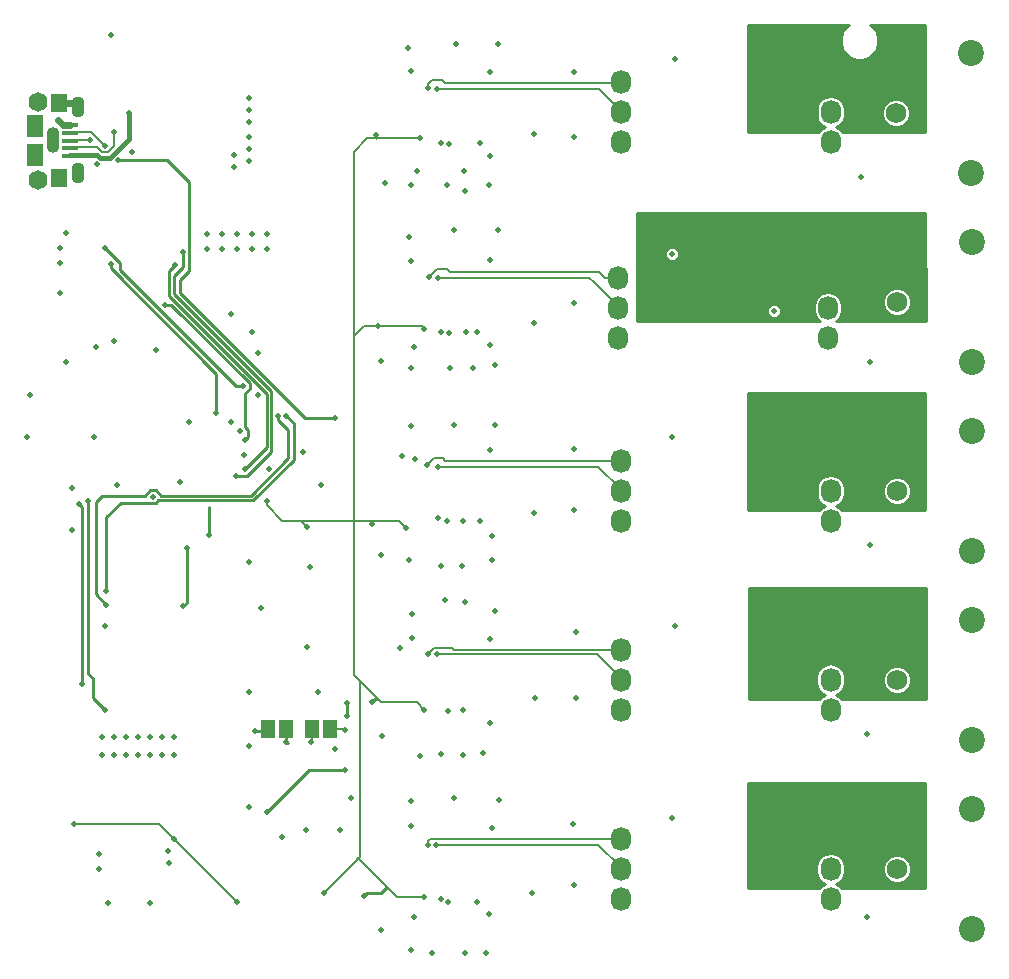
<source format=gbr>
G04 #@! TF.GenerationSoftware,KiCad,Pcbnew,(5.0.0)*
G04 #@! TF.CreationDate,2018-12-31T13:47:14-06:00*
G04 #@! TF.ProjectId,fk-atlas,666B2D61746C61732E6B696361645F70,rev?*
G04 #@! TF.SameCoordinates,Original*
G04 #@! TF.FileFunction,Copper,L4,Bot,Signal*
G04 #@! TF.FilePolarity,Positive*
%FSLAX46Y46*%
G04 Gerber Fmt 4.6, Leading zero omitted, Abs format (unit mm)*
G04 Created by KiCad (PCBNEW (5.0.0)) date 12/31/18 13:47:14*
%MOMM*%
%LPD*%
G01*
G04 APERTURE LIST*
G04 #@! TA.AperFunction,SMDPad,CuDef*
%ADD10R,1.400000X1.600000*%
G04 #@! TD*
G04 #@! TA.AperFunction,SMDPad,CuDef*
%ADD11R,1.350000X0.400000*%
G04 #@! TD*
G04 #@! TA.AperFunction,SMDPad,CuDef*
%ADD12R,1.400000X1.900000*%
G04 #@! TD*
G04 #@! TA.AperFunction,ComponentPad*
%ADD13O,1.600000X1.651000*%
G04 #@! TD*
G04 #@! TA.AperFunction,ComponentPad*
%ADD14O,1.100000X2.200000*%
G04 #@! TD*
G04 #@! TA.AperFunction,ComponentPad*
%ADD15O,1.100000X1.800000*%
G04 #@! TD*
G04 #@! TA.AperFunction,ComponentPad*
%ADD16O,1.727200X2.032000*%
G04 #@! TD*
G04 #@! TA.AperFunction,SMDPad,CuDef*
%ADD17R,1.168400X1.600200*%
G04 #@! TD*
G04 #@! TA.AperFunction,ComponentPad*
%ADD18C,2.200000*%
G04 #@! TD*
G04 #@! TA.AperFunction,ComponentPad*
%ADD19C,1.727200*%
G04 #@! TD*
G04 #@! TA.AperFunction,ViaPad*
%ADD20C,0.500000*%
G04 #@! TD*
G04 #@! TA.AperFunction,Conductor*
%ADD21C,0.254000*%
G04 #@! TD*
G04 #@! TA.AperFunction,Conductor*
%ADD22C,0.587000*%
G04 #@! TD*
G04 #@! TA.AperFunction,Conductor*
%ADD23C,0.203000*%
G04 #@! TD*
G04 #@! TA.AperFunction,Conductor*
%ADD24C,0.381000*%
G04 #@! TD*
G04 APERTURE END LIST*
D10*
G04 #@! TO.P,J9,7*
G04 #@! TO.N,Net-(C13-Pad1)*
X119538500Y-64434000D03*
D11*
G04 #@! TO.P,J9,3*
G04 #@! TO.N,/USB+*
X120458500Y-67634000D03*
D12*
G04 #@! TO.P,J9,9*
G04 #@! TO.N,Net-(J9-Pad9)*
X117538500Y-66434000D03*
D13*
G04 #@! TO.P,J9,*
G04 #@! TO.N,*
X117788500Y-70934000D03*
D12*
G04 #@! TO.P,J9,8*
G04 #@! TO.N,Net-(J9-Pad8)*
X117538500Y-68834000D03*
D13*
G04 #@! TO.P,J9,*
G04 #@! TO.N,*
X117788500Y-64334000D03*
D11*
G04 #@! TO.P,J9,2*
G04 #@! TO.N,/USB-*
X120458500Y-68284000D03*
G04 #@! TO.P,J9,1*
G04 #@! TO.N,VUSB*
X120458500Y-68934000D03*
G04 #@! TO.P,J9,4*
G04 #@! TO.N,Net-(J2-Pad4)*
X120458500Y-66984000D03*
G04 #@! TO.P,J9,5*
G04 #@! TO.N,GND*
X120458500Y-66334000D03*
D10*
G04 #@! TO.P,J9,6*
G04 #@! TO.N,Net-(J9-Pad6)*
X119538500Y-70834000D03*
G04 #@! TD*
D14*
G04 #@! TO.P,J2,8*
G04 #@! TO.N,Net-(J2-Pad8)*
X119004000Y-67594000D03*
D15*
G04 #@! TO.P,J2,7*
G04 #@! TO.N,Net-(J2-Pad7)*
X121154000Y-70394000D03*
G04 #@! TO.P,J2,6*
G04 #@! TO.N,Net-(C13-Pad1)*
X121154000Y-64794000D03*
G04 #@! TD*
D16*
G04 #@! TO.P,U302,1*
G04 #@! TO.N,/isolated_atlas1/ISO_SCL*
X166872120Y-79255988D03*
G04 #@! TO.P,U302,2*
G04 #@! TO.N,/isolated_atlas1/ISO_SDA*
X166872120Y-81795988D03*
G04 #@! TO.P,U302,4*
G04 #@! TO.N,/isolated_atlas1/ISO_GND*
X166872120Y-84335988D03*
G04 #@! TO.P,U302,6*
G04 #@! TO.N,/isolated_atlas1/RTD_PGND*
X184652120Y-79255988D03*
G04 #@! TO.P,U302,5*
G04 #@! TO.N,Net-(J301-Pad2)*
X184652120Y-81795988D03*
G04 #@! TO.P,U302,3*
G04 #@! TO.N,/isolated_atlas1/ISO_VCC*
X184652120Y-84335988D03*
G04 #@! TD*
D17*
G04 #@! TO.P,J3,2*
G04 #@! TO.N,/PERIPH_3V3*
X137287000Y-117475000D03*
G04 #@! TO.P,J3,1*
G04 #@! TO.N,3V3*
X138811000Y-117475000D03*
G04 #@! TD*
D16*
G04 #@! TO.P,U202,3*
G04 #@! TO.N,/isolated_atlas0/ISO_VCC*
X184880720Y-67783988D03*
G04 #@! TO.P,U202,5*
G04 #@! TO.N,Net-(J201-Pad2)*
X184880720Y-65243988D03*
G04 #@! TO.P,U202,6*
G04 #@! TO.N,/isolated_atlas0/EC_PGND*
X184880720Y-62703988D03*
G04 #@! TO.P,U202,4*
G04 #@! TO.N,/isolated_atlas0/ISO_GND*
X167100720Y-67783988D03*
G04 #@! TO.P,U202,2*
G04 #@! TO.N,/isolated_atlas0/ISO_SDA*
X167100720Y-65243988D03*
G04 #@! TO.P,U202,1*
G04 #@! TO.N,/isolated_atlas0/ISO_SCL*
X167100720Y-62703988D03*
G04 #@! TD*
G04 #@! TO.P,U402,3*
G04 #@! TO.N,/isolated_atlas2/ISO_VCC*
X184880720Y-99829988D03*
G04 #@! TO.P,U402,5*
G04 #@! TO.N,Net-(J401-Pad2)*
X184880720Y-97289988D03*
G04 #@! TO.P,U402,6*
G04 #@! TO.N,/isolated_atlas2/PH_PGND*
X184880720Y-94749988D03*
G04 #@! TO.P,U402,4*
G04 #@! TO.N,/isolated_atlas2/ISO_GND*
X167100720Y-99829988D03*
G04 #@! TO.P,U402,2*
G04 #@! TO.N,/isolated_atlas2/ISO_SDA*
X167100720Y-97289988D03*
G04 #@! TO.P,U402,1*
G04 #@! TO.N,/isolated_atlas2/ISO_SCL*
X167100720Y-94749988D03*
G04 #@! TD*
G04 #@! TO.P,U502,3*
G04 #@! TO.N,/isolated_atlas3/ISO_VCC*
X184875120Y-115816488D03*
G04 #@! TO.P,U502,5*
G04 #@! TO.N,Net-(J501-Pad2)*
X184875120Y-113276488D03*
G04 #@! TO.P,U502,6*
G04 #@! TO.N,/isolated_atlas3/DO_PGND*
X184875120Y-110736488D03*
G04 #@! TO.P,U502,4*
G04 #@! TO.N,/isolated_atlas3/ISO_GND*
X167095120Y-115816488D03*
G04 #@! TO.P,U502,2*
G04 #@! TO.N,/isolated_atlas3/ISO_SDA*
X167095120Y-113276488D03*
G04 #@! TO.P,U502,1*
G04 #@! TO.N,/isolated_atlas3/ISO_SCL*
X167095120Y-110736488D03*
G04 #@! TD*
G04 #@! TO.P,U602,3*
G04 #@! TO.N,/isolated_atlas4/ISO_VCC*
X184875120Y-131833988D03*
G04 #@! TO.P,U602,5*
G04 #@! TO.N,Net-(J601-Pad2)*
X184875120Y-129293988D03*
G04 #@! TO.P,U602,6*
G04 #@! TO.N,/isolated_atlas4/ORP_PGND*
X184875120Y-126753988D03*
G04 #@! TO.P,U602,4*
G04 #@! TO.N,/isolated_atlas4/ISO_GND*
X167095120Y-131833988D03*
G04 #@! TO.P,U602,2*
G04 #@! TO.N,/isolated_atlas4/ISO_SDA*
X167095120Y-129293988D03*
G04 #@! TO.P,U602,1*
G04 #@! TO.N,/isolated_atlas4/ISO_SCL*
X167095120Y-126753988D03*
G04 #@! TD*
D18*
G04 #@! TO.P,J601,4*
G04 #@! TO.N,N/C*
X196834000Y-134366000D03*
G04 #@! TO.P,J601,3*
X196834000Y-124206000D03*
D19*
G04 #@! TO.P,J601,2*
G04 #@! TO.N,Net-(J601-Pad2)*
X190484000Y-129286000D03*
G04 #@! TO.P,J601,1*
G04 #@! TO.N,/isolated_atlas4/ORP_PGND*
X190484000Y-126746000D03*
G04 #@! TD*
D18*
G04 #@! TO.P,J501,4*
G04 #@! TO.N,N/C*
X196834000Y-118364000D03*
G04 #@! TO.P,J501,3*
X196834000Y-108204000D03*
D19*
G04 #@! TO.P,J501,2*
G04 #@! TO.N,Net-(J501-Pad2)*
X190484000Y-113284000D03*
G04 #@! TO.P,J501,1*
G04 #@! TO.N,/isolated_atlas3/DO_PGND*
X190484000Y-110744000D03*
G04 #@! TD*
D18*
G04 #@! TO.P,J301,4*
G04 #@! TO.N,N/C*
X196834000Y-86360000D03*
G04 #@! TO.P,J301,3*
X196834000Y-76200000D03*
D19*
G04 #@! TO.P,J301,2*
G04 #@! TO.N,Net-(J301-Pad2)*
X190484000Y-81280000D03*
G04 #@! TO.P,J301,1*
G04 #@! TO.N,/isolated_atlas1/RTD_PGND*
X190484000Y-78740000D03*
G04 #@! TD*
D18*
G04 #@! TO.P,J401,4*
G04 #@! TO.N,N/C*
X196834000Y-102358000D03*
G04 #@! TO.P,J401,3*
X196834000Y-92198000D03*
D19*
G04 #@! TO.P,J401,2*
G04 #@! TO.N,Net-(J401-Pad2)*
X190484000Y-97278000D03*
G04 #@! TO.P,J401,1*
G04 #@! TO.N,/isolated_atlas2/PH_PGND*
X190484000Y-94738000D03*
G04 #@! TD*
D18*
G04 #@! TO.P,J201,4*
G04 #@! TO.N,N/C*
X196770500Y-70358000D03*
G04 #@! TO.P,J201,3*
X196770500Y-60198000D03*
D19*
G04 #@! TO.P,J201,2*
G04 #@! TO.N,Net-(J201-Pad2)*
X190420500Y-65278000D03*
G04 #@! TO.P,J201,1*
G04 #@! TO.N,/isolated_atlas0/EC_PGND*
X190420500Y-62738000D03*
G04 #@! TD*
D17*
G04 #@! TO.P,J8,1*
G04 #@! TO.N,3V3*
X140970000Y-117475000D03*
G04 #@! TO.P,J8,2*
G04 #@! TO.N,VCC*
X142494000Y-117475000D03*
G04 #@! TD*
D20*
G04 #@! TO.N,GND*
X135636000Y-118872000D03*
X153924000Y-136398000D03*
X149352000Y-136144000D03*
X155956000Y-133096000D03*
X135636000Y-114300000D03*
X122936000Y-128016000D03*
X119634000Y-76708000D03*
X119634000Y-77978000D03*
X119634000Y-80518000D03*
X120650000Y-97028000D03*
X116840000Y-92710000D03*
X117094000Y-89154000D03*
X124460000Y-96774000D03*
X156210000Y-101092000D03*
X152400000Y-99822000D03*
X129794000Y-96520000D03*
X130556000Y-91440000D03*
X134874000Y-92202000D03*
X136398000Y-85598000D03*
X134112000Y-82296000D03*
X135890000Y-83820000D03*
X123952000Y-58674000D03*
X124206000Y-84582000D03*
X127762000Y-85344000D03*
X135636000Y-64008000D03*
X135636000Y-65024000D03*
X135636000Y-66040000D03*
X135636000Y-67310000D03*
X135636000Y-68326000D03*
X135636000Y-69342000D03*
X134366000Y-68834000D03*
X134366000Y-69850000D03*
X125730000Y-68580000D03*
X156083000Y-68961000D03*
X153806200Y-70231000D03*
X149860000Y-70231000D03*
X154051000Y-83820000D03*
X156083000Y-84963000D03*
X149606000Y-85090000D03*
X149225000Y-103124000D03*
X153797000Y-99822000D03*
X153797000Y-115824000D03*
X152527000Y-115951000D03*
X153797000Y-119634000D03*
X150114000Y-119761000D03*
X156083000Y-116967000D03*
X143895090Y-116378449D03*
X143895090Y-115289289D03*
X135255000Y-94234000D03*
X141732000Y-96774000D03*
X122772868Y-69611565D03*
X119443500Y-65913000D03*
X140589000Y-110490000D03*
X136652000Y-107251500D03*
X135636000Y-103314500D03*
X123444000Y-108712000D03*
X128270000Y-118110000D03*
X127254000Y-118110000D03*
X126238000Y-118110000D03*
X125222000Y-118110000D03*
X123190000Y-118110000D03*
X124206000Y-118110000D03*
X129286000Y-118110000D03*
X135636000Y-124079000D03*
X152531743Y-67945948D03*
X152531743Y-83947948D03*
X153670000Y-103632000D03*
X149352000Y-86868000D03*
X154622598Y-86868000D03*
X153924000Y-71882000D03*
X149352000Y-71374000D03*
X152475535Y-132117767D03*
X149606000Y-133350000D03*
X143383000Y-125984000D03*
X140462000Y-125984000D03*
X128905000Y-128778000D03*
X127254000Y-132207000D03*
X122555000Y-92710000D03*
G04 #@! TO.N,/isolated_atlas0/ISO_GND*
X149352000Y-61786400D03*
X153162000Y-59436000D03*
X159766000Y-67056000D03*
X156083000Y-61849000D03*
X171704000Y-60706000D03*
X187452000Y-70739000D03*
G04 #@! TO.N,/isolated_atlas1/ISO_GND*
X149352000Y-77851000D03*
X156083000Y-77724000D03*
X153035000Y-75184000D03*
X159766000Y-83058000D03*
X171450000Y-77216000D03*
X188214000Y-86360000D03*
G04 #@! TO.N,/isolated_atlas2/ISO_GND*
X153035000Y-91694000D03*
X148590000Y-94361000D03*
X149733000Y-94615000D03*
X156083000Y-93853000D03*
X159766000Y-99187000D03*
X188214000Y-101854000D03*
X171450000Y-92710000D03*
G04 #@! TO.N,/isolated_atlas3/ISO_GND*
X148463000Y-110617000D03*
X159893000Y-114808000D03*
X171704000Y-108712000D03*
X187960000Y-117856000D03*
X156083000Y-109855000D03*
X149479000Y-109767000D03*
X152273000Y-106553000D03*
X153924000Y-106680000D03*
G04 #@! TO.N,/isolated_atlas4/ISO_GND*
X159639000Y-131318000D03*
X156210000Y-125857000D03*
X153035000Y-123317000D03*
X149352000Y-125691000D03*
X171450000Y-124968000D03*
X187960000Y-133350000D03*
G04 #@! TO.N,/isolated_atlas0/ISO_VCC*
X149098000Y-59764600D03*
X156718000Y-59436000D03*
X163195000Y-61849000D03*
X163195000Y-67310000D03*
G04 #@! TO.N,/isolated_atlas1/ISO_VCC*
X149225000Y-75819000D03*
X163195000Y-81407000D03*
X180086000Y-82042000D03*
X156718000Y-75184000D03*
G04 #@! TO.N,/isolated_atlas2/ISO_VCC*
X149352000Y-91821000D03*
X163195000Y-93726000D03*
X163195000Y-98933000D03*
X156464000Y-91694000D03*
G04 #@! TO.N,/isolated_atlas3/ISO_VCC*
X149479000Y-107696000D03*
X163322000Y-109220000D03*
X163322000Y-114808000D03*
X156464000Y-107442000D03*
G04 #@! TO.N,/isolated_atlas4/ISO_VCC*
X163195000Y-130683000D03*
X163068000Y-125476000D03*
X149352000Y-123571000D03*
X156845000Y-123444000D03*
G04 #@! TO.N,/isolated_atlas0/ISO_SCL*
X150799800Y-63195200D03*
G04 #@! TO.N,/isolated_atlas0/ISO_SDA*
X151587200Y-63241900D03*
G04 #@! TO.N,/isolated_atlas1/ISO_SCL*
X150850600Y-79197200D03*
G04 #@! TO.N,/isolated_atlas1/ISO_SDA*
X151663400Y-79241900D03*
G04 #@! TO.N,/isolated_atlas2/ISO_SCL*
X150749000Y-95097600D03*
G04 #@! TO.N,/isolated_atlas2/ISO_SDA*
X151638000Y-95241900D03*
G04 #@! TO.N,/isolated_atlas3/ISO_SCL*
X150774400Y-111125000D03*
G04 #@! TO.N,/isolated_atlas3/ISO_SDA*
X151536400Y-111125000D03*
G04 #@! TO.N,/isolated_atlas4/ISO_SCL*
X150774400Y-127279400D03*
G04 #@! TO.N,/isolated_atlas4/ISO_SDA*
X151511000Y-127254000D03*
G04 #@! TO.N,/USB+*
X135331200Y-95402400D03*
X129409010Y-78181200D03*
X122174000Y-67594000D03*
G04 #@! TO.N,/USB-*
X130048000Y-77089000D03*
X134543800Y-96062800D03*
X124206000Y-66944000D03*
G04 #@! TO.N,VUSB*
X125476000Y-65278000D03*
G04 #@! TO.N,/SWDIO*
X123952000Y-78105000D03*
X132867400Y-90678000D03*
G04 #@! TO.N,/SWCLK*
X123444000Y-76708000D03*
X135153400Y-88417400D03*
G04 #@! TO.N,Net-(J2-Pad4)*
X142951200Y-91160600D03*
X124512589Y-69267589D03*
X123444000Y-68123410D03*
G04 #@! TO.N,/RESET*
X128524000Y-81534000D03*
X135305800Y-93014800D03*
G04 #@! TO.N,/A2*
X132232400Y-100990400D03*
G04 #@! TO.N,/D30*
X123571000Y-105791000D03*
X138811000Y-90932000D03*
G04 #@! TO.N,/D31*
X123571000Y-106934000D03*
X138074400Y-90932000D03*
G04 #@! TO.N,/SCL1*
X137160000Y-98171000D03*
X140589000Y-100330000D03*
X148971000Y-100457000D03*
X150495000Y-83566000D03*
X150495000Y-115824000D03*
X150495000Y-131699000D03*
X150114000Y-67437000D03*
X141986002Y-131318000D03*
X146431000Y-67183000D03*
X146050000Y-100076000D03*
X146050000Y-115189000D03*
X145415000Y-131572000D03*
X146558000Y-83316001D03*
G04 #@! TO.N,/SCL3*
X123444000Y-115824000D03*
X122047000Y-98171000D03*
G04 #@! TO.N,/SDA3*
X121517600Y-113665000D03*
X121285000Y-98425000D03*
G04 #@! TO.N,VCC*
X155702000Y-136398000D03*
X151130000Y-136398000D03*
X155448000Y-119507000D03*
X151853000Y-119575000D03*
X143764000Y-117538500D03*
X142938500Y-119189500D03*
X144272000Y-123317000D03*
X151892000Y-67818000D03*
X155194000Y-67818000D03*
X155956000Y-71374000D03*
X152400000Y-71374000D03*
X152654000Y-86868000D03*
X156464000Y-86614000D03*
X154940000Y-83820000D03*
X151892000Y-83820000D03*
X156210000Y-103124000D03*
X151892000Y-103632000D03*
X151638000Y-99568000D03*
X155194000Y-99822000D03*
X151892000Y-131826000D03*
X154940000Y-132080000D03*
X147193000Y-71247000D03*
X146812000Y-102704000D03*
X146939000Y-118071000D03*
X146812000Y-134493000D03*
X146812000Y-86321000D03*
G04 #@! TO.N,Net-(R12-Pad1)*
X137160000Y-124460000D03*
X143764000Y-120904000D03*
G04 #@! TO.N,/D5_FLASH_CS*
X130365500Y-102108000D03*
X130073400Y-107048300D03*
G04 #@! TO.N,3V3*
X122936000Y-129286000D03*
X120650000Y-100584000D03*
X120142000Y-75438000D03*
X127508000Y-97790000D03*
X122682000Y-85090000D03*
X120142000Y-86360000D03*
X140208000Y-93980000D03*
X134112000Y-91440000D03*
X136398000Y-89154000D03*
X132080000Y-75565000D03*
X133350000Y-75565000D03*
X134620000Y-75565000D03*
X135890000Y-75565000D03*
X137160000Y-75565000D03*
X137160000Y-76835000D03*
X135890000Y-76835000D03*
X134620000Y-76835000D03*
X133350000Y-76835000D03*
X132080000Y-76835000D03*
X137323775Y-95413775D03*
X140843000Y-103759000D03*
X140906500Y-118554500D03*
X141478000Y-114363500D03*
X123190000Y-119634000D03*
X124206000Y-119634000D03*
X125222000Y-119634000D03*
X126238000Y-119634000D03*
X127254000Y-119634000D03*
X128270000Y-119634000D03*
X129286000Y-119634000D03*
X138430000Y-126619000D03*
X138811000Y-118529100D03*
X123698000Y-132207000D03*
X128778000Y-127762000D03*
G04 #@! TO.N,/PERIPH_3V3*
X136144000Y-117602000D03*
G04 #@! TO.N,/SDA2*
X134620000Y-132080000D03*
X120840500Y-125476000D03*
X129286000Y-126746000D03*
G04 #@! TD*
D21*
G04 #@! TO.N,GND*
X143895090Y-115289289D02*
X143895090Y-116378449D01*
D22*
X120458500Y-66334000D02*
X119864500Y-66334000D01*
X119864500Y-66334000D02*
X119443500Y-65913000D01*
D23*
G04 #@! TO.N,/isolated_atlas0/ISO_SCL*
X152247600Y-62738000D02*
X153416000Y-62738000D01*
X151155400Y-62484000D02*
X151993600Y-62484000D01*
X151993600Y-62484000D02*
X152247600Y-62738000D01*
X150903447Y-62735953D02*
X151155400Y-62484000D01*
X150903447Y-62738000D02*
X150903447Y-62735953D01*
X150799800Y-63195200D02*
X150799800Y-62841647D01*
X150799800Y-62841647D02*
X150903447Y-62738000D01*
X153416000Y-62738000D02*
X167195500Y-62738000D01*
G04 #@! TO.N,/isolated_atlas0/ISO_SDA*
X151587200Y-63241900D02*
X165251032Y-63241900D01*
X165251032Y-63241900D02*
X167100720Y-65091588D01*
X167100720Y-65091588D02*
X167100720Y-65243988D01*
G04 #@! TO.N,/isolated_atlas1/ISO_SCL*
X150850600Y-79197200D02*
X151561800Y-78486000D01*
X151561800Y-78486000D02*
X152376600Y-78486000D01*
X152376600Y-78486000D02*
X152628600Y-78738000D01*
X152628600Y-78738000D02*
X153418000Y-78738000D01*
X153416000Y-78740000D02*
X153418000Y-78738000D01*
X165805520Y-79255988D02*
X166872120Y-79255988D01*
X165289532Y-78740000D02*
X165805520Y-79255988D01*
X153416000Y-78740000D02*
X165289532Y-78740000D01*
G04 #@! TO.N,/isolated_atlas1/ISO_SDA*
X166872120Y-81643588D02*
X166872120Y-81795988D01*
X164857532Y-79629000D02*
X166872120Y-81643588D01*
X164846000Y-79629000D02*
X164857532Y-79629000D01*
X151663400Y-79241900D02*
X164458900Y-79241900D01*
X164458900Y-79241900D02*
X164846000Y-79629000D01*
G04 #@! TO.N,/isolated_atlas2/ISO_SCL*
X151307800Y-94538800D02*
X150749000Y-95097600D01*
X152048400Y-94538800D02*
X151307800Y-94538800D01*
X167195500Y-94738000D02*
X152247600Y-94738000D01*
X152247600Y-94738000D02*
X152048400Y-94538800D01*
G04 #@! TO.N,/isolated_atlas2/ISO_SDA*
X165205032Y-95241900D02*
X167100720Y-97137588D01*
X151638000Y-95241900D02*
X165205032Y-95241900D01*
X167100720Y-97137588D02*
X167100720Y-97289988D01*
G04 #@! TO.N,/isolated_atlas3/ISO_SCL*
X153168000Y-110738000D02*
X167195500Y-110738000D01*
X152977500Y-110738000D02*
X153168000Y-110738000D01*
X152860599Y-110621099D02*
X152977500Y-110738000D01*
X150774400Y-111125000D02*
X151278301Y-110621099D01*
X151278301Y-110621099D02*
X152860599Y-110621099D01*
G04 #@! TO.N,/isolated_atlas3/ISO_SDA*
X151536400Y-111125000D02*
X165096032Y-111125000D01*
X167095120Y-113124088D02*
X167095120Y-113276488D01*
X165096032Y-111125000D02*
X167095120Y-113124088D01*
G04 #@! TO.N,/isolated_atlas4/ISO_SCL*
X150774400Y-127279400D02*
X150774400Y-126925847D01*
X150962247Y-126738000D02*
X153289000Y-126738000D01*
X150774400Y-126925847D02*
X150962247Y-126738000D01*
X153289000Y-126738000D02*
X167195500Y-126738000D01*
G04 #@! TO.N,/isolated_atlas4/ISO_SDA*
X151511000Y-127254000D02*
X165207532Y-127254000D01*
X165207532Y-127254000D02*
X167095120Y-129141588D01*
X167095120Y-129141588D02*
X167095120Y-129293988D01*
X151511000Y-127254000D02*
X151892000Y-127254000D01*
D22*
G04 #@! TO.N,Net-(C13-Pad1)*
X120794000Y-64434000D02*
X121154000Y-64794000D01*
X119538500Y-64434000D02*
X120794000Y-64434000D01*
D21*
G04 #@! TO.N,/USB+*
X135331200Y-95402400D02*
X137123309Y-93610291D01*
X137123309Y-93610291D02*
X137123309Y-89050559D01*
X137123309Y-89050559D02*
X128879610Y-80806860D01*
X128879610Y-80806860D02*
X128879610Y-78710600D01*
X128879610Y-78710600D02*
X129409010Y-78181200D01*
D23*
X122144000Y-67564000D02*
X122174000Y-67594000D01*
X120452000Y-67564000D02*
X122144000Y-67564000D01*
D21*
G04 #@! TO.N,/USB-*
X130048000Y-77089000D02*
X130048000Y-78325724D01*
X130048000Y-78325724D02*
X129286020Y-79087704D01*
X129286020Y-79087704D02*
X129286020Y-80619620D01*
X129286020Y-80619620D02*
X137529719Y-88863319D01*
X137529719Y-88863319D02*
X137529719Y-93987395D01*
X137529719Y-93987395D02*
X135454314Y-96062800D01*
X135454314Y-96062800D02*
X134543800Y-96062800D01*
D23*
X124206000Y-67297553D02*
X124206000Y-66944000D01*
X122788816Y-68214000D02*
X123202127Y-68627311D01*
X123202127Y-68627311D02*
X123685873Y-68627311D01*
X120452000Y-68214000D02*
X122788816Y-68214000D01*
X123685873Y-68627311D02*
X124206000Y-68107184D01*
X124206000Y-68107184D02*
X124206000Y-67297553D01*
D24*
G04 #@! TO.N,VUSB*
X125476000Y-65631553D02*
X125476000Y-65278000D01*
X122810324Y-68864000D02*
X123018046Y-69071722D01*
X123869955Y-69071721D02*
X125476000Y-67465676D01*
X123018046Y-69071722D02*
X123869955Y-69071721D01*
X120452000Y-68864000D02*
X122810324Y-68864000D01*
X125476000Y-67465676D02*
X125476000Y-65631553D01*
D21*
G04 #@! TO.N,/SWDIO*
X132867400Y-87503000D02*
X132867400Y-90678000D01*
X132867400Y-87373953D02*
X132867400Y-87503000D01*
X123952000Y-78105000D02*
X123952000Y-78458553D01*
X123952000Y-78458553D02*
X132867400Y-87373953D01*
G04 #@! TO.N,/SWCLK*
X124714000Y-78613000D02*
X134518400Y-88417400D01*
X124714000Y-77978000D02*
X123444000Y-76708000D01*
X124714000Y-77978000D02*
X124714000Y-78613000D01*
X135153400Y-88417400D02*
X134518400Y-88417400D01*
D23*
G04 #@! TO.N,Net-(J2-Pad4)*
X120452000Y-66914000D02*
X122234590Y-66914000D01*
X123194001Y-67873411D02*
X123444000Y-68123410D01*
D21*
X140401750Y-91160600D02*
X129768600Y-80527450D01*
X130577401Y-78638513D02*
X130577401Y-71141401D01*
X128703589Y-69267589D02*
X124866142Y-69267589D01*
X130577401Y-71141401D02*
X128703589Y-69267589D01*
X129768600Y-80527450D02*
X129768600Y-79447314D01*
X142951200Y-91160600D02*
X140401750Y-91160600D01*
X129768600Y-79447314D02*
X130577401Y-78638513D01*
D23*
X122234590Y-66914000D02*
X123194001Y-67873411D01*
D21*
X124866142Y-69267589D02*
X124512589Y-69267589D01*
G04 #@! TO.N,/RESET*
X135305800Y-93014800D02*
X135555799Y-92764801D01*
X135555799Y-92764801D02*
X135555799Y-92100285D01*
X129032000Y-81534000D02*
X128877553Y-81534000D01*
X135682801Y-88184801D02*
X129032000Y-81534000D01*
X128877553Y-81534000D02*
X128524000Y-81534000D01*
X135682801Y-88671513D02*
X135682801Y-88184801D01*
X135305800Y-89048514D02*
X135682801Y-88671513D01*
X135305800Y-91850286D02*
X135305800Y-89048514D01*
X135555799Y-92100285D02*
X135305800Y-91850286D01*
G04 #@! TO.N,/A2*
X132232400Y-98638340D02*
X132232400Y-100990400D01*
G04 #@! TO.N,/D30*
X123571000Y-105437447D02*
X123571000Y-105791000D01*
X123571000Y-99542600D02*
X123571000Y-105437447D01*
X139420600Y-91541600D02*
X139420600Y-94640400D01*
X138811000Y-90932000D02*
X139420600Y-91541600D01*
X139420600Y-94640400D02*
X135952060Y-98108940D01*
X135952060Y-98108940D02*
X127972574Y-98108940D01*
X127972574Y-98108940D02*
X127762113Y-98319401D01*
X124794199Y-98319401D02*
X123571000Y-99542600D01*
X127762113Y-98319401D02*
X124794199Y-98319401D01*
G04 #@! TO.N,/D31*
X135783720Y-97702530D02*
X138955318Y-94530932D01*
X138074400Y-91285553D02*
X138074400Y-90932000D01*
X123175870Y-97702530D02*
X126811956Y-97702530D01*
X122681990Y-106044990D02*
X122681990Y-98196410D01*
X127762113Y-97260599D02*
X128204044Y-97702530D01*
X138955318Y-92166471D02*
X138074400Y-91285553D01*
X126811956Y-97702530D02*
X127253887Y-97260599D01*
X138955318Y-94530932D02*
X138955318Y-92166471D01*
X128204044Y-97702530D02*
X135783720Y-97702530D01*
X127253887Y-97260599D02*
X127762113Y-97260599D01*
X122681990Y-98196410D02*
X123175870Y-97702530D01*
X123571000Y-106934000D02*
X122681990Y-106044990D01*
D23*
G04 #@! TO.N,/SCL1*
X137160000Y-98524553D02*
X138457447Y-99822000D01*
X137160000Y-98171000D02*
X137160000Y-98524553D01*
X138457447Y-99822000D02*
X140081000Y-99822000D01*
X140081000Y-99822000D02*
X140589000Y-100330000D01*
X148336000Y-99822000D02*
X148971000Y-100457000D01*
X150495000Y-83566000D02*
X150245001Y-83316001D01*
X145410999Y-83316001D02*
X144526000Y-84201000D01*
X140081000Y-99822000D02*
X144526000Y-99822000D01*
X144526000Y-99822000D02*
X144526000Y-112903000D01*
X144526000Y-84328000D02*
X144526000Y-68580000D01*
X144526000Y-84201000D02*
X144526000Y-84328000D01*
X144526000Y-84328000D02*
X144526000Y-99822000D01*
X144526000Y-68580000D02*
X145669000Y-67437000D01*
X145669000Y-67437000D02*
X150114000Y-67437000D01*
X142236001Y-131068001D02*
X141986002Y-131318000D01*
X144526000Y-128778000D02*
X142236001Y-131068001D01*
X145034000Y-128270000D02*
X144526000Y-128778000D01*
X144526000Y-112903000D02*
X145034000Y-113411000D01*
X145034000Y-113411000D02*
X145034000Y-128270000D01*
X148209000Y-131699000D02*
X150495000Y-131699000D01*
X144526000Y-128778000D02*
X144907000Y-128397000D01*
D21*
X146431000Y-67183000D02*
X146431000Y-67437000D01*
D23*
X146558000Y-83316001D02*
X145410999Y-83316001D01*
X150245001Y-83316001D02*
X146558000Y-83316001D01*
D21*
X146050000Y-99949000D02*
X146177000Y-99822000D01*
X146050000Y-100076000D02*
X146050000Y-99949000D01*
D23*
X144526000Y-99822000D02*
X146177000Y-99822000D01*
X146177000Y-99822000D02*
X148336000Y-99822000D01*
X149860000Y-115189000D02*
X150495000Y-115824000D01*
X146812000Y-115189000D02*
X149860000Y-115189000D01*
D21*
X146553999Y-114939001D02*
X146558000Y-114935000D01*
X146299999Y-114939001D02*
X146553999Y-114939001D01*
X146050000Y-115189000D02*
X146299999Y-114939001D01*
D23*
X144526000Y-112903000D02*
X146558000Y-114935000D01*
X146558000Y-114935000D02*
X146812000Y-115189000D01*
D21*
X146807999Y-131322001D02*
X147320000Y-130810000D01*
X145664999Y-131322001D02*
X146807999Y-131322001D01*
X145415000Y-131572000D02*
X145664999Y-131322001D01*
D23*
X144907000Y-128397000D02*
X147320000Y-130810000D01*
X147320000Y-130810000D02*
X148209000Y-131699000D01*
D21*
G04 #@! TO.N,/SCL3*
X122428000Y-114808000D02*
X123444000Y-115824000D01*
X122047000Y-98171000D02*
X122047000Y-112776000D01*
X122428000Y-114808000D02*
X122428000Y-113157000D01*
X122428000Y-113157000D02*
X122047000Y-112776000D01*
G04 #@! TO.N,/SDA3*
X121517600Y-113665000D02*
X121517600Y-98657600D01*
X121517600Y-98657600D02*
X121285000Y-98425000D01*
D23*
G04 #@! TO.N,VCC*
X142494000Y-117475000D02*
X143700500Y-117475000D01*
X143700500Y-117475000D02*
X143764000Y-117538500D01*
D21*
G04 #@! TO.N,Net-(R12-Pad1)*
X137160000Y-124460000D02*
X140716000Y-120904000D01*
X140716000Y-120904000D02*
X143764000Y-120904000D01*
G04 #@! TO.N,/D5_FLASH_CS*
X130365500Y-106756200D02*
X130073400Y-107048300D01*
X130365500Y-102108000D02*
X130365500Y-106756200D01*
D23*
G04 #@! TO.N,3V3*
X140970000Y-117475000D02*
X140970000Y-118491000D01*
X140970000Y-118491000D02*
X140906500Y-118554500D01*
D21*
X138811000Y-117475000D02*
X138811000Y-118529100D01*
X138899900Y-118618000D02*
X138811000Y-118529100D01*
G04 #@! TO.N,/PERIPH_3V3*
X137160000Y-117602000D02*
X137287000Y-117475000D01*
X136144000Y-117602000D02*
X137160000Y-117602000D01*
D23*
G04 #@! TO.N,/SDA2*
X128016000Y-125476000D02*
X120840500Y-125476000D01*
X134620000Y-132080000D02*
X129286000Y-126746000D01*
X129286000Y-126746000D02*
X128016000Y-125476000D01*
G04 #@! TD*
D21*
G04 #@! TO.N,/isolated_atlas0/EC_PGND*
G36*
X186418559Y-57825416D02*
X185968416Y-58275559D01*
X185724800Y-58863700D01*
X185724800Y-59500300D01*
X185968416Y-60088441D01*
X186418559Y-60538584D01*
X187006700Y-60782200D01*
X187643300Y-60782200D01*
X188231441Y-60538584D01*
X188681584Y-60088441D01*
X188925200Y-59500300D01*
X188925200Y-58863700D01*
X188681584Y-58275559D01*
X188231441Y-57825416D01*
X188192292Y-57809200D01*
X192913000Y-57809200D01*
X192913000Y-66929000D01*
X185847035Y-66929000D01*
X185741401Y-66770907D01*
X185356894Y-66513988D01*
X185741401Y-66257069D01*
X186005254Y-65862184D01*
X186074520Y-65513961D01*
X186074520Y-65040538D01*
X189226700Y-65040538D01*
X189226700Y-65515462D01*
X189408445Y-65954233D01*
X189744267Y-66290055D01*
X190183038Y-66471800D01*
X190657962Y-66471800D01*
X191096733Y-66290055D01*
X191432555Y-65954233D01*
X191614300Y-65515462D01*
X191614300Y-65040538D01*
X191432555Y-64601767D01*
X191096733Y-64265945D01*
X190657962Y-64084200D01*
X190183038Y-64084200D01*
X189744267Y-64265945D01*
X189408445Y-64601767D01*
X189226700Y-65040538D01*
X186074520Y-65040538D01*
X186074520Y-64974014D01*
X186005254Y-64625791D01*
X185741401Y-64230907D01*
X185346516Y-63967054D01*
X184880720Y-63874401D01*
X184414923Y-63967054D01*
X184020039Y-64230907D01*
X183756186Y-64625792D01*
X183686920Y-64974015D01*
X183686920Y-65513962D01*
X183756186Y-65862185D01*
X184020040Y-66257069D01*
X184404546Y-66513988D01*
X184020039Y-66770907D01*
X183914405Y-66929000D01*
X177927000Y-66929000D01*
X177927000Y-57809200D01*
X186457708Y-57809200D01*
X186418559Y-57825416D01*
X186418559Y-57825416D01*
G37*
X186418559Y-57825416D02*
X185968416Y-58275559D01*
X185724800Y-58863700D01*
X185724800Y-59500300D01*
X185968416Y-60088441D01*
X186418559Y-60538584D01*
X187006700Y-60782200D01*
X187643300Y-60782200D01*
X188231441Y-60538584D01*
X188681584Y-60088441D01*
X188925200Y-59500300D01*
X188925200Y-58863700D01*
X188681584Y-58275559D01*
X188231441Y-57825416D01*
X188192292Y-57809200D01*
X192913000Y-57809200D01*
X192913000Y-66929000D01*
X185847035Y-66929000D01*
X185741401Y-66770907D01*
X185356894Y-66513988D01*
X185741401Y-66257069D01*
X186005254Y-65862184D01*
X186074520Y-65513961D01*
X186074520Y-65040538D01*
X189226700Y-65040538D01*
X189226700Y-65515462D01*
X189408445Y-65954233D01*
X189744267Y-66290055D01*
X190183038Y-66471800D01*
X190657962Y-66471800D01*
X191096733Y-66290055D01*
X191432555Y-65954233D01*
X191614300Y-65515462D01*
X191614300Y-65040538D01*
X191432555Y-64601767D01*
X191096733Y-64265945D01*
X190657962Y-64084200D01*
X190183038Y-64084200D01*
X189744267Y-64265945D01*
X189408445Y-64601767D01*
X189226700Y-65040538D01*
X186074520Y-65040538D01*
X186074520Y-64974014D01*
X186005254Y-64625791D01*
X185741401Y-64230907D01*
X185346516Y-63967054D01*
X184880720Y-63874401D01*
X184414923Y-63967054D01*
X184020039Y-64230907D01*
X183756186Y-64625792D01*
X183686920Y-64974015D01*
X183686920Y-65513962D01*
X183756186Y-65862185D01*
X184020040Y-66257069D01*
X184404546Y-66513988D01*
X184020039Y-66770907D01*
X183914405Y-66929000D01*
X177927000Y-66929000D01*
X177927000Y-57809200D01*
X186457708Y-57809200D01*
X186418559Y-57825416D01*
G04 #@! TO.N,/isolated_atlas1/RTD_PGND*
G36*
X192918828Y-82916563D02*
X185345250Y-82921023D01*
X185512801Y-82809069D01*
X185776654Y-82414184D01*
X185845920Y-82065961D01*
X185845920Y-81526014D01*
X185776654Y-81177791D01*
X185686281Y-81042538D01*
X189290200Y-81042538D01*
X189290200Y-81517462D01*
X189471945Y-81956233D01*
X189807767Y-82292055D01*
X190246538Y-82473800D01*
X190721462Y-82473800D01*
X191160233Y-82292055D01*
X191496055Y-81956233D01*
X191677800Y-81517462D01*
X191677800Y-81042538D01*
X191496055Y-80603767D01*
X191160233Y-80267945D01*
X190721462Y-80086200D01*
X190246538Y-80086200D01*
X189807767Y-80267945D01*
X189471945Y-80603767D01*
X189290200Y-81042538D01*
X185686281Y-81042538D01*
X185512801Y-80782907D01*
X185117916Y-80519054D01*
X184652120Y-80426401D01*
X184186323Y-80519054D01*
X183791439Y-80782907D01*
X183527586Y-81177792D01*
X183458320Y-81526015D01*
X183458320Y-82065962D01*
X183527586Y-82414185D01*
X183791440Y-82809069D01*
X183960211Y-82921838D01*
X168528920Y-82930925D01*
X168528288Y-81926591D01*
X179505800Y-81926591D01*
X179505800Y-82157409D01*
X179594130Y-82370657D01*
X179757343Y-82533870D01*
X179970591Y-82622200D01*
X180201409Y-82622200D01*
X180414657Y-82533870D01*
X180577870Y-82370657D01*
X180666200Y-82157409D01*
X180666200Y-81926591D01*
X180577870Y-81713343D01*
X180414657Y-81550130D01*
X180201409Y-81461800D01*
X179970591Y-81461800D01*
X179757343Y-81550130D01*
X179594130Y-81713343D01*
X179505800Y-81926591D01*
X168528288Y-81926591D01*
X168525250Y-77100591D01*
X170869800Y-77100591D01*
X170869800Y-77331409D01*
X170958130Y-77544657D01*
X171121343Y-77707870D01*
X171334591Y-77796200D01*
X171565409Y-77796200D01*
X171778657Y-77707870D01*
X171941870Y-77544657D01*
X172030200Y-77331409D01*
X172030200Y-77100591D01*
X171941870Y-76887343D01*
X171778657Y-76724130D01*
X171565409Y-76635800D01*
X171334591Y-76635800D01*
X171121343Y-76724130D01*
X170958130Y-76887343D01*
X170869800Y-77100591D01*
X168525250Y-77100591D01*
X168523172Y-73801437D01*
X192913080Y-73787075D01*
X192918828Y-82916563D01*
X192918828Y-82916563D01*
G37*
X192918828Y-82916563D02*
X185345250Y-82921023D01*
X185512801Y-82809069D01*
X185776654Y-82414184D01*
X185845920Y-82065961D01*
X185845920Y-81526014D01*
X185776654Y-81177791D01*
X185686281Y-81042538D01*
X189290200Y-81042538D01*
X189290200Y-81517462D01*
X189471945Y-81956233D01*
X189807767Y-82292055D01*
X190246538Y-82473800D01*
X190721462Y-82473800D01*
X191160233Y-82292055D01*
X191496055Y-81956233D01*
X191677800Y-81517462D01*
X191677800Y-81042538D01*
X191496055Y-80603767D01*
X191160233Y-80267945D01*
X190721462Y-80086200D01*
X190246538Y-80086200D01*
X189807767Y-80267945D01*
X189471945Y-80603767D01*
X189290200Y-81042538D01*
X185686281Y-81042538D01*
X185512801Y-80782907D01*
X185117916Y-80519054D01*
X184652120Y-80426401D01*
X184186323Y-80519054D01*
X183791439Y-80782907D01*
X183527586Y-81177792D01*
X183458320Y-81526015D01*
X183458320Y-82065962D01*
X183527586Y-82414185D01*
X183791440Y-82809069D01*
X183960211Y-82921838D01*
X168528920Y-82930925D01*
X168528288Y-81926591D01*
X179505800Y-81926591D01*
X179505800Y-82157409D01*
X179594130Y-82370657D01*
X179757343Y-82533870D01*
X179970591Y-82622200D01*
X180201409Y-82622200D01*
X180414657Y-82533870D01*
X180577870Y-82370657D01*
X180666200Y-82157409D01*
X180666200Y-81926591D01*
X180577870Y-81713343D01*
X180414657Y-81550130D01*
X180201409Y-81461800D01*
X179970591Y-81461800D01*
X179757343Y-81550130D01*
X179594130Y-81713343D01*
X179505800Y-81926591D01*
X168528288Y-81926591D01*
X168525250Y-77100591D01*
X170869800Y-77100591D01*
X170869800Y-77331409D01*
X170958130Y-77544657D01*
X171121343Y-77707870D01*
X171334591Y-77796200D01*
X171565409Y-77796200D01*
X171778657Y-77707870D01*
X171941870Y-77544657D01*
X172030200Y-77331409D01*
X172030200Y-77100591D01*
X171941870Y-76887343D01*
X171778657Y-76724130D01*
X171565409Y-76635800D01*
X171334591Y-76635800D01*
X171121343Y-76724130D01*
X170958130Y-76887343D01*
X170869800Y-77100591D01*
X168525250Y-77100591D01*
X168523172Y-73801437D01*
X192913080Y-73787075D01*
X192918828Y-82916563D01*
G04 #@! TO.N,/isolated_atlas2/PH_PGND*
G36*
X192886334Y-98933000D02*
X185818972Y-98933000D01*
X185741401Y-98816907D01*
X185356894Y-98559988D01*
X185741401Y-98303069D01*
X186005254Y-97908184D01*
X186074520Y-97559961D01*
X186074520Y-97040538D01*
X189290200Y-97040538D01*
X189290200Y-97515462D01*
X189471945Y-97954233D01*
X189807767Y-98290055D01*
X190246538Y-98471800D01*
X190721462Y-98471800D01*
X191160233Y-98290055D01*
X191496055Y-97954233D01*
X191677800Y-97515462D01*
X191677800Y-97040538D01*
X191496055Y-96601767D01*
X191160233Y-96265945D01*
X190721462Y-96084200D01*
X190246538Y-96084200D01*
X189807767Y-96265945D01*
X189471945Y-96601767D01*
X189290200Y-97040538D01*
X186074520Y-97040538D01*
X186074520Y-97020014D01*
X186005254Y-96671791D01*
X185741401Y-96276907D01*
X185346516Y-96013054D01*
X184880720Y-95920401D01*
X184414923Y-96013054D01*
X184020039Y-96276907D01*
X183756186Y-96671792D01*
X183686920Y-97020015D01*
X183686920Y-97559962D01*
X183756186Y-97908185D01*
X184020040Y-98303069D01*
X184404546Y-98559988D01*
X184020039Y-98816907D01*
X183942468Y-98933000D01*
X177900335Y-98933000D01*
X177926663Y-89027000D01*
X192912662Y-89027000D01*
X192886334Y-98933000D01*
X192886334Y-98933000D01*
G37*
X192886334Y-98933000D02*
X185818972Y-98933000D01*
X185741401Y-98816907D01*
X185356894Y-98559988D01*
X185741401Y-98303069D01*
X186005254Y-97908184D01*
X186074520Y-97559961D01*
X186074520Y-97040538D01*
X189290200Y-97040538D01*
X189290200Y-97515462D01*
X189471945Y-97954233D01*
X189807767Y-98290055D01*
X190246538Y-98471800D01*
X190721462Y-98471800D01*
X191160233Y-98290055D01*
X191496055Y-97954233D01*
X191677800Y-97515462D01*
X191677800Y-97040538D01*
X191496055Y-96601767D01*
X191160233Y-96265945D01*
X190721462Y-96084200D01*
X190246538Y-96084200D01*
X189807767Y-96265945D01*
X189471945Y-96601767D01*
X189290200Y-97040538D01*
X186074520Y-97040538D01*
X186074520Y-97020014D01*
X186005254Y-96671791D01*
X185741401Y-96276907D01*
X185346516Y-96013054D01*
X184880720Y-95920401D01*
X184414923Y-96013054D01*
X184020039Y-96276907D01*
X183756186Y-96671792D01*
X183686920Y-97020015D01*
X183686920Y-97559962D01*
X183756186Y-97908185D01*
X184020040Y-98303069D01*
X184404546Y-98559988D01*
X184020039Y-98816907D01*
X183942468Y-98933000D01*
X177900335Y-98933000D01*
X177926663Y-89027000D01*
X192912662Y-89027000D01*
X192886334Y-98933000D01*
G04 #@! TO.N,/isolated_atlas3/DO_PGND*
G36*
X192924963Y-114935000D02*
X185823729Y-114935000D01*
X185735801Y-114803407D01*
X185351294Y-114546488D01*
X185735801Y-114289569D01*
X185999654Y-113894684D01*
X186068920Y-113546461D01*
X186068920Y-113046538D01*
X189290200Y-113046538D01*
X189290200Y-113521462D01*
X189471945Y-113960233D01*
X189807767Y-114296055D01*
X190246538Y-114477800D01*
X190721462Y-114477800D01*
X191160233Y-114296055D01*
X191496055Y-113960233D01*
X191677800Y-113521462D01*
X191677800Y-113046538D01*
X191496055Y-112607767D01*
X191160233Y-112271945D01*
X190721462Y-112090200D01*
X190246538Y-112090200D01*
X189807767Y-112271945D01*
X189471945Y-112607767D01*
X189290200Y-113046538D01*
X186068920Y-113046538D01*
X186068920Y-113006514D01*
X185999654Y-112658291D01*
X185735801Y-112263407D01*
X185340916Y-111999554D01*
X184875120Y-111906901D01*
X184409323Y-111999554D01*
X184014439Y-112263407D01*
X183750586Y-112658292D01*
X183681320Y-113006515D01*
X183681320Y-113546462D01*
X183750586Y-113894685D01*
X184014440Y-114289569D01*
X184398946Y-114546488D01*
X184014439Y-114803407D01*
X183926512Y-114935000D01*
X177938963Y-114935000D01*
X177938963Y-105537000D01*
X192924963Y-105537000D01*
X192924963Y-114935000D01*
X192924963Y-114935000D01*
G37*
X192924963Y-114935000D02*
X185823729Y-114935000D01*
X185735801Y-114803407D01*
X185351294Y-114546488D01*
X185735801Y-114289569D01*
X185999654Y-113894684D01*
X186068920Y-113546461D01*
X186068920Y-113046538D01*
X189290200Y-113046538D01*
X189290200Y-113521462D01*
X189471945Y-113960233D01*
X189807767Y-114296055D01*
X190246538Y-114477800D01*
X190721462Y-114477800D01*
X191160233Y-114296055D01*
X191496055Y-113960233D01*
X191677800Y-113521462D01*
X191677800Y-113046538D01*
X191496055Y-112607767D01*
X191160233Y-112271945D01*
X190721462Y-112090200D01*
X190246538Y-112090200D01*
X189807767Y-112271945D01*
X189471945Y-112607767D01*
X189290200Y-113046538D01*
X186068920Y-113046538D01*
X186068920Y-113006514D01*
X185999654Y-112658291D01*
X185735801Y-112263407D01*
X185340916Y-111999554D01*
X184875120Y-111906901D01*
X184409323Y-111999554D01*
X184014439Y-112263407D01*
X183750586Y-112658292D01*
X183681320Y-113006515D01*
X183681320Y-113546462D01*
X183750586Y-113894685D01*
X184014440Y-114289569D01*
X184398946Y-114546488D01*
X184014439Y-114803407D01*
X183926512Y-114935000D01*
X177938963Y-114935000D01*
X177938963Y-105537000D01*
X192924963Y-105537000D01*
X192924963Y-114935000D01*
G04 #@! TO.N,/isolated_atlas4/ORP_PGND*
G36*
X192913000Y-130937000D02*
X185813372Y-130937000D01*
X185735801Y-130820907D01*
X185351294Y-130563988D01*
X185735801Y-130307069D01*
X185999654Y-129912184D01*
X186068920Y-129563961D01*
X186068920Y-129048538D01*
X189290200Y-129048538D01*
X189290200Y-129523462D01*
X189471945Y-129962233D01*
X189807767Y-130298055D01*
X190246538Y-130479800D01*
X190721462Y-130479800D01*
X191160233Y-130298055D01*
X191496055Y-129962233D01*
X191677800Y-129523462D01*
X191677800Y-129048538D01*
X191496055Y-128609767D01*
X191160233Y-128273945D01*
X190721462Y-128092200D01*
X190246538Y-128092200D01*
X189807767Y-128273945D01*
X189471945Y-128609767D01*
X189290200Y-129048538D01*
X186068920Y-129048538D01*
X186068920Y-129024014D01*
X185999654Y-128675791D01*
X185735801Y-128280907D01*
X185340916Y-128017054D01*
X184875120Y-127924401D01*
X184409323Y-128017054D01*
X184014439Y-128280907D01*
X183750586Y-128675792D01*
X183681320Y-129024015D01*
X183681320Y-129563962D01*
X183750586Y-129912185D01*
X184014440Y-130307069D01*
X184398946Y-130563988D01*
X184014439Y-130820907D01*
X183936868Y-130937000D01*
X177927000Y-130937000D01*
X177927000Y-122047000D01*
X192913000Y-122047000D01*
X192913000Y-130937000D01*
X192913000Y-130937000D01*
G37*
X192913000Y-130937000D02*
X185813372Y-130937000D01*
X185735801Y-130820907D01*
X185351294Y-130563988D01*
X185735801Y-130307069D01*
X185999654Y-129912184D01*
X186068920Y-129563961D01*
X186068920Y-129048538D01*
X189290200Y-129048538D01*
X189290200Y-129523462D01*
X189471945Y-129962233D01*
X189807767Y-130298055D01*
X190246538Y-130479800D01*
X190721462Y-130479800D01*
X191160233Y-130298055D01*
X191496055Y-129962233D01*
X191677800Y-129523462D01*
X191677800Y-129048538D01*
X191496055Y-128609767D01*
X191160233Y-128273945D01*
X190721462Y-128092200D01*
X190246538Y-128092200D01*
X189807767Y-128273945D01*
X189471945Y-128609767D01*
X189290200Y-129048538D01*
X186068920Y-129048538D01*
X186068920Y-129024014D01*
X185999654Y-128675791D01*
X185735801Y-128280907D01*
X185340916Y-128017054D01*
X184875120Y-127924401D01*
X184409323Y-128017054D01*
X184014439Y-128280907D01*
X183750586Y-128675792D01*
X183681320Y-129024015D01*
X183681320Y-129563962D01*
X183750586Y-129912185D01*
X184014440Y-130307069D01*
X184398946Y-130563988D01*
X184014439Y-130820907D01*
X183936868Y-130937000D01*
X177927000Y-130937000D01*
X177927000Y-122047000D01*
X192913000Y-122047000D01*
X192913000Y-130937000D01*
G04 #@! TD*
M02*

</source>
